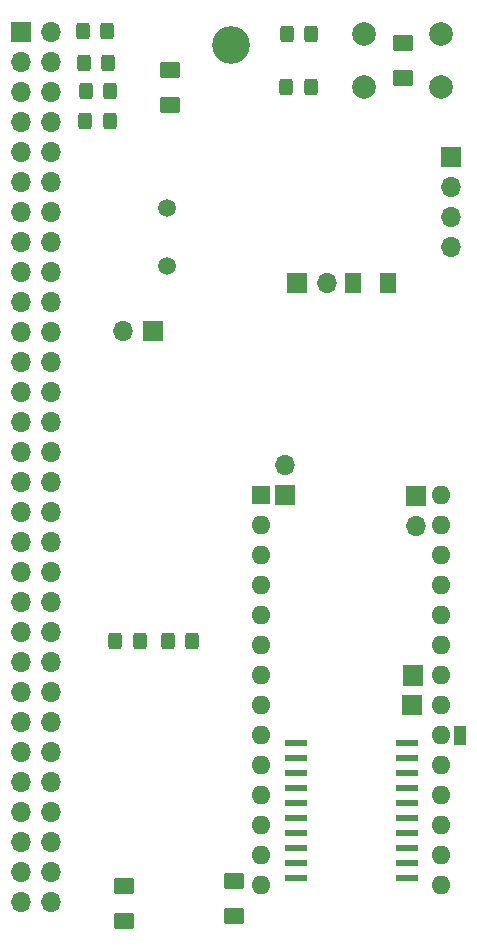
<source format=gbr>
%TF.GenerationSoftware,KiCad,Pcbnew,8.0.6+1*%
%TF.CreationDate,2024-11-21T22:42:01+01:00*%
%TF.ProjectId,8051,38303531-2e6b-4696-9361-645f70636258,rev?*%
%TF.SameCoordinates,Original*%
%TF.FileFunction,Soldermask,Bot*%
%TF.FilePolarity,Negative*%
%FSLAX46Y46*%
G04 Gerber Fmt 4.6, Leading zero omitted, Abs format (unit mm)*
G04 Created by KiCad (PCBNEW 8.0.6+1) date 2024-11-21 22:42:01*
%MOMM*%
%LPD*%
G01*
G04 APERTURE LIST*
G04 Aperture macros list*
%AMRoundRect*
0 Rectangle with rounded corners*
0 $1 Rounding radius*
0 $2 $3 $4 $5 $6 $7 $8 $9 X,Y pos of 4 corners*
0 Add a 4 corners polygon primitive as box body*
4,1,4,$2,$3,$4,$5,$6,$7,$8,$9,$2,$3,0*
0 Add four circle primitives for the rounded corners*
1,1,$1+$1,$2,$3*
1,1,$1+$1,$4,$5*
1,1,$1+$1,$6,$7*
1,1,$1+$1,$8,$9*
0 Add four rect primitives between the rounded corners*
20,1,$1+$1,$2,$3,$4,$5,0*
20,1,$1+$1,$4,$5,$6,$7,0*
20,1,$1+$1,$6,$7,$8,$9,0*
20,1,$1+$1,$8,$9,$2,$3,0*%
G04 Aperture macros list end*
%ADD10C,0.100000*%
%ADD11C,2.000000*%
%ADD12R,1.700000X1.700000*%
%ADD13O,1.700000X1.700000*%
%ADD14R,1.600000X1.600000*%
%ADD15O,1.600000X1.600000*%
%ADD16C,1.500000*%
%ADD17C,3.200000*%
%ADD18RoundRect,0.250000X-0.625000X0.462500X-0.625000X-0.462500X0.625000X-0.462500X0.625000X0.462500X0*%
%ADD19R,1.950000X0.600000*%
%ADD20RoundRect,0.249999X0.325001X0.450001X-0.325001X0.450001X-0.325001X-0.450001X0.325001X-0.450001X0*%
%ADD21RoundRect,0.250000X0.462500X0.625000X-0.462500X0.625000X-0.462500X-0.625000X0.462500X-0.625000X0*%
G04 APERTURE END LIST*
D10*
X124850000Y-118600000D02*
X123250000Y-118600000D01*
X123250000Y-116950000D01*
X124850000Y-116950000D01*
X124850000Y-118600000D01*
G36*
X124850000Y-118600000D02*
G01*
X123250000Y-118600000D01*
X123250000Y-116950000D01*
X124850000Y-116950000D01*
X124850000Y-118600000D01*
G37*
X128500000Y-123600000D02*
X127550000Y-123600000D01*
X127550000Y-122050000D01*
X128500000Y-122050000D01*
X128500000Y-123600000D01*
G36*
X128500000Y-123600000D02*
G01*
X127550000Y-123600000D01*
X127550000Y-122050000D01*
X128500000Y-122050000D01*
X128500000Y-123600000D01*
G37*
D11*
%TO.C,SW1*%
X120000000Y-63500000D03*
X126500000Y-63500000D03*
X120000000Y-68000000D03*
X126500000Y-68000000D03*
%TD*%
D12*
%TO.C,J2*%
X90960000Y-63330000D03*
D13*
X93500000Y-63330000D03*
X90960000Y-65870000D03*
X93500000Y-65870000D03*
X90960000Y-68410000D03*
X93500000Y-68410000D03*
X90960000Y-70950000D03*
X93500000Y-70950000D03*
X90960000Y-73490000D03*
X93500000Y-73490000D03*
X90960000Y-76030000D03*
X93500000Y-76030000D03*
X90960000Y-78570000D03*
X93500000Y-78570000D03*
X90960000Y-81110000D03*
X93500000Y-81110000D03*
X90960000Y-83650000D03*
X93500000Y-83650000D03*
X90960000Y-86190000D03*
X93500000Y-86190000D03*
X90960000Y-88730000D03*
X93500000Y-88730000D03*
X90960000Y-91270000D03*
X93500000Y-91270000D03*
X90960000Y-93810000D03*
X93500000Y-93810000D03*
X90960000Y-96350000D03*
X93500000Y-96350000D03*
X90960000Y-98890000D03*
X93500000Y-98890000D03*
X90960000Y-101430000D03*
X93500000Y-101430000D03*
X90960000Y-103970000D03*
X93500000Y-103970000D03*
X90960000Y-106510000D03*
X93500000Y-106510000D03*
X90960000Y-109050000D03*
X93500000Y-109050000D03*
X90960000Y-111590000D03*
X93500000Y-111590000D03*
X90960000Y-114130000D03*
X93500000Y-114130000D03*
X90960000Y-116670000D03*
X93500000Y-116670000D03*
X90960000Y-119210000D03*
X93500000Y-119210000D03*
X90960000Y-121750000D03*
X93500000Y-121750000D03*
X90960000Y-124290000D03*
X93500000Y-124290000D03*
X90960000Y-126830000D03*
X93500000Y-126830000D03*
X90960000Y-129370000D03*
X93500000Y-129370000D03*
X90960000Y-131910000D03*
X93500000Y-131910000D03*
X90960000Y-134450000D03*
X93500000Y-134450000D03*
X90960000Y-136990000D03*
X93500000Y-136990000D03*
%TD*%
D12*
%TO.C,J3*%
X113284000Y-102489000D03*
D13*
X113284000Y-99949000D03*
%TD*%
D14*
%TO.C,U5*%
X111250000Y-102500000D03*
D15*
X111250000Y-105040000D03*
X111250000Y-107580000D03*
X111250000Y-110120000D03*
X111250000Y-112660000D03*
X111250000Y-115200000D03*
X111250000Y-117740000D03*
X111250000Y-120280000D03*
X111250000Y-122820000D03*
X111250000Y-125360000D03*
X111250000Y-127900000D03*
X111250000Y-130440000D03*
X111250000Y-132980000D03*
X111250000Y-135520000D03*
X126490000Y-135520000D03*
X126490000Y-132980000D03*
X126490000Y-130440000D03*
X126490000Y-127900000D03*
X126490000Y-125360000D03*
X126490000Y-122820000D03*
X126490000Y-120280000D03*
X126490000Y-117740000D03*
X126490000Y-115200000D03*
X126490000Y-112660000D03*
X126490000Y-110120000D03*
X126490000Y-107580000D03*
X126490000Y-105040000D03*
X126490000Y-102500000D03*
%TD*%
D12*
%TO.C,J4*%
X124333000Y-102616000D03*
D13*
X124333000Y-105156000D03*
%TD*%
D16*
%TO.C,Y1*%
X103250000Y-78250000D03*
X103250000Y-83130000D03*
%TD*%
D12*
%TO.C,J1*%
X114300000Y-84582000D03*
D13*
X116840000Y-84582000D03*
%TD*%
D17*
%TO.C,H1*%
X108700000Y-64400000D03*
%TD*%
D12*
%TO.C,J5*%
X124000000Y-120300000D03*
%TD*%
%TO.C,J7*%
X102088000Y-88620200D03*
D13*
X99548000Y-88620200D03*
%TD*%
D12*
%TO.C,J6*%
X127324000Y-73924000D03*
D13*
X127324000Y-76464000D03*
X127324000Y-79004000D03*
X127324000Y-81544000D03*
%TD*%
D18*
%TO.C,C3*%
X123250000Y-64275000D03*
X123250000Y-67250000D03*
%TD*%
D19*
%TO.C,U4*%
X114198400Y-134924800D03*
X114198400Y-133654800D03*
X114198400Y-132384800D03*
X114198400Y-131114800D03*
X114198400Y-129844800D03*
X114198400Y-128574800D03*
X114198400Y-127304800D03*
X114198400Y-126034800D03*
X114198400Y-124764800D03*
X114198400Y-123494800D03*
X123598400Y-123494800D03*
X123598400Y-124764800D03*
X123598400Y-126034800D03*
X123598400Y-127304800D03*
X123598400Y-128574800D03*
X123598400Y-129844800D03*
X123598400Y-131114800D03*
X123598400Y-132384800D03*
X123598400Y-133654800D03*
X123598400Y-134924800D03*
%TD*%
D18*
%TO.C,C6*%
X108966000Y-135201000D03*
X108966000Y-138176000D03*
%TD*%
%TO.C,C7*%
X99618800Y-135607400D03*
X99618800Y-138582400D03*
%TD*%
D20*
%TO.C,R2*%
X115461000Y-63500000D03*
X113411000Y-63500000D03*
%TD*%
%TO.C,R3*%
X115443000Y-67945000D03*
X113393000Y-67945000D03*
%TD*%
%TO.C,R4*%
X100965000Y-114858800D03*
X98915000Y-114858800D03*
%TD*%
%TO.C,R6*%
X105410000Y-114858800D03*
X103360000Y-114858800D03*
%TD*%
%TO.C,R1*%
X98250000Y-63250000D03*
X96200000Y-63250000D03*
%TD*%
%TO.C,R7*%
X98298000Y-65913000D03*
X96248000Y-65913000D03*
%TD*%
%TO.C,R8*%
X98443000Y-68326000D03*
X96393000Y-68326000D03*
%TD*%
%TO.C,R9*%
X98434000Y-70866000D03*
X96384000Y-70866000D03*
%TD*%
D21*
%TO.C,C5*%
X122021600Y-84607400D03*
X119046600Y-84607400D03*
%TD*%
D18*
%TO.C,C8*%
X103500000Y-66512500D03*
X103500000Y-69487500D03*
%TD*%
M02*

</source>
